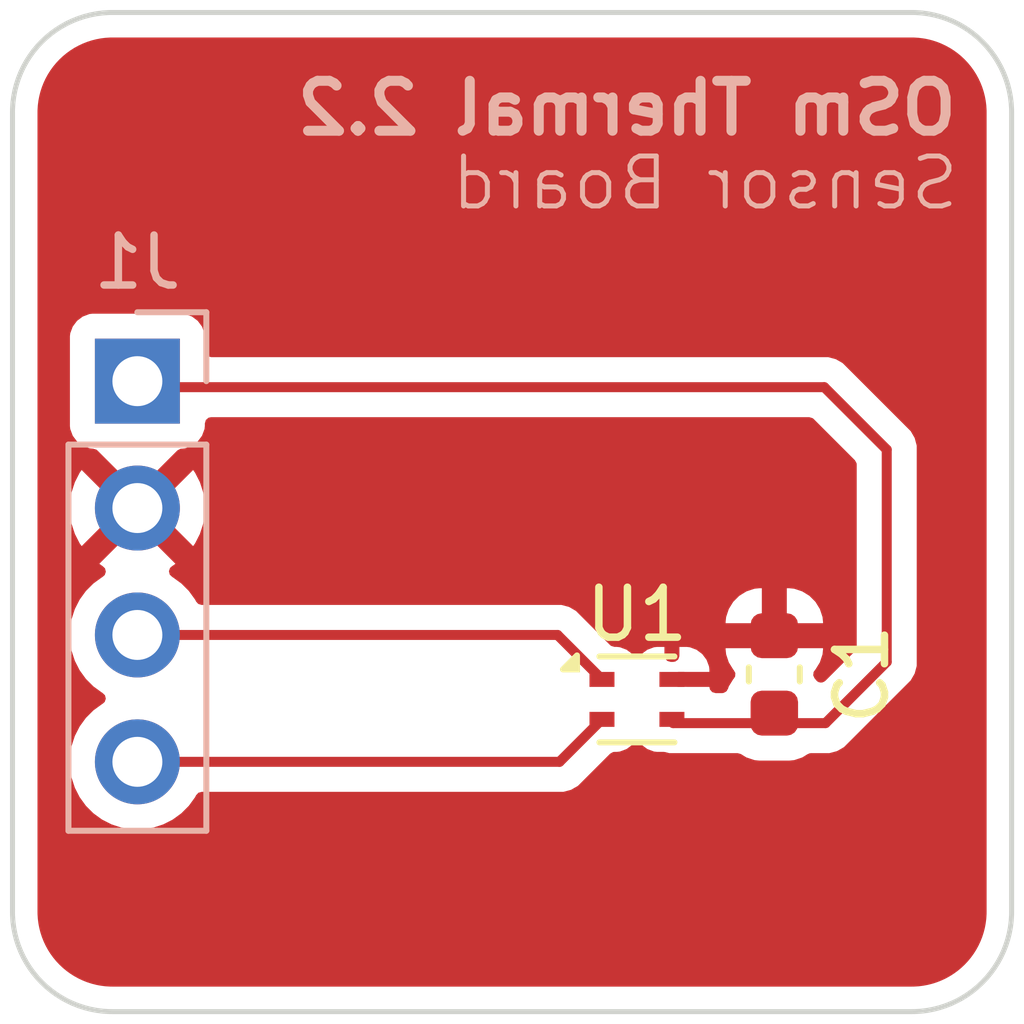
<source format=kicad_pcb>
(kicad_pcb (version 20241229) (generator "pcbnew") (generator_version "9.0")
  (title_block (title "OSm Thermal Sensor") (date "2025-08-14") (rev "2.2") (company "CircleShift Hardware"))
  (layers (0 "F.Cu" signal) (2 "B.Cu" signal) (13 "F.Paste" user) (15 "B.Paste" user) (5 "F.SilkS" user "F.Silkscreen") (7 "B.SilkS" user "B.Silkscreen") (1 "F.Mask" user) (3 "B.Mask" user) (25 "Edge.Cuts" user))
  (net 0 "")
  (net 1 "GND")
  (net 2 "+3.3V")
  (net 3 "Net-(J1-Pin_3)")
  (net 4 "Net-(J1-Pin_4)")
  (footprint "Sensor_Humidity:Sensirion_DFN-4_1.5x1.5mm_P0.8mm_SHT4x_NoCentralPad" (layer "F.Cu") (at 62.5 38.75)
    (property "Reference" "U1" (at 0 -1.7 0) (layer "F.SilkS"))
    (property "Value" "SHT4x")
    (fp_line (start -0.75 -0.86) (end 0.75 -0.86) (stroke (width 0.12)) (layer "F.SilkS"))
    (fp_line (start -0.75 0.86) (end 0.75 0.86) (stroke (width 0.12)) (layer "F.SilkS"))
    (fp_poly (pts (xy -1.2 -0.6) (xy -1.48 -0.6) (xy -1.2 -0.88) (xy -1.2 -0.6)) (stroke (width 0.12)) (fill yes) (layer "F.SilkS"))
    (pad "1" smd rect (at -0.7 -0.4) (size 0.5 0.3) (layers "F.Cu" "F.Mask" "F.Paste") (net 3 "Net-(J1-Pin_3)"))
    (pad "2" smd rect (at -0.7 0.4) (size 0.5 0.3) (layers "F.Cu" "F.Mask" "F.Paste") (net 4 "Net-(J1-Pin_4)"))
    (pad "3" smd rect (at 0.7 0.4) (size 0.5 0.3) (layers "F.Cu" "F.Mask" "F.Paste") (net 2 "+3.3V"))
    (pad "4" smd rect (at 0.7 -0.4) (size 0.5 0.3) (layers "F.Cu" "F.Mask" "F.Paste") (net 1 "GND"))
    (zone (net 0) (net_name "") (layer "F.Cu") (connect_pads (clearance 0)) (min_thickness 0.254)
      (keepout (tracks not_allowed) (vias not_allowed) (pads allowed) (copperpour not_allowed) (footprints allowed))
      (fill (thermal_gap 0.508) (thermal_bridge_width 0.508))
      (polygon (pts (xy 63.25 38.2) (xy 62.95 38.2) (xy 62.95 38.5) (xy 63.25 38.5) (xy 63.25 39) (xy 62.95 39) (xy 62.95 39.3) (xy 63.25 39.3) (xy 63.25 39.5) (xy 61.75 39.5) (xy 61.75 39.3) (xy 62.05 39.3) (xy 62.05 39) (xy 61.75 39) (xy 61.75 38.5) (xy 62.05 38.5) (xy 62.05 38.2) (xy 61.75 38.2) (xy 61.75 38) (xy 63.25 38)))
    )
  )
  (footprint "Capacitor_SMD:C_0603_1608Metric" (layer "F.Cu") (at 65.25 38.25 -90)
    (property "Reference" "C1" (at 0 -1.75 90) (layer "F.SilkS"))
    (property "Value" "100nF")
    (fp_line (start -0.14058 0.51) (end 0.14058 0.51) (stroke (width 0.12)) (layer "F.SilkS"))
    (fp_line (start -0.14058 -0.51) (end 0.14058 -0.51) (stroke (width 0.12)) (layer "F.SilkS"))
    (pad "1" smd roundrect (at -0.775 0 270) (size 0.9 0.95) (layers "F.Cu" "F.Mask" "F.Paste") (net 1 "GND"))
    (pad "2" smd roundrect (at 0.775 0 270) (size 0.9 0.95) (layers "F.Cu" "F.Mask" "F.Paste") (net 2 "+3.3V"))
  )
  (footprint "Connector_PinHeader_2.54mm:PinHeader_1x04_P2.54mm_Vertical" (layer "B.Cu") (at 52.5 32.38 180)
    (property "Reference" "J1" (at 0 2.38 0) (layer "B.SilkS") (effects (justify mirror)))
    (property "Value" "JMM")
    (fp_line (start 1.38 -1.27) (end 1.38 -9) (stroke (width 0.12)) (layer "B.SilkS"))
    (fp_line (start -1.38 1.38) (end 0 1.38) (stroke (width 0.12)) (layer "B.SilkS"))
    (fp_line (start -1.38 0) (end -1.38 1.38) (stroke (width 0.12)) (layer "B.SilkS"))
    (fp_line (start -1.38 -1.27) (end 1.38 -1.27) (stroke (width 0.12)) (layer "B.SilkS"))
    (fp_line (start -1.38 -1.27) (end -1.38 -9) (stroke (width 0.12)) (layer "B.SilkS"))
    (fp_line (start -1.38 -9) (end 1.38 -9) (stroke (width 0.12)) (layer "B.SilkS"))
    (pad "1" thru_hole rect (at 0 0 180) (size 1.7 1.7) (drill 1) (layers "*.Cu" "*.Mask") (net 2 "+3.3V"))
    (pad "2" thru_hole circle (at 0 -2.54 180) (size 1.7 1.7) (drill 1) (layers "*.Cu" "*.Mask") (net 1 "GND"))
    (pad "3" thru_hole circle (at 0 -5.08 180) (size 1.7 1.7) (drill 1) (layers "*.Cu" "*.Mask") (net 3 "Net-(J1-Pin_3)"))
    (pad "4" thru_hole circle (at 0 -7.62 180) (size 1.7 1.7) (drill 1) (layers "*.Cu" "*.Mask") (net 4 "Net-(J1-Pin_4)"))
  )
  (gr_poly (pts (arc (start 68 45) (mid 69.414214 44.414214) (end 70 43)) (arc (start 70 27) (mid 69.414214 25.585786) (end 68 25)) (arc (start 52 25) (mid 50.585786 25.585786) (end 50 27)) (arc (start 50 43) (mid 50.585786 44.414214) (end 52 45))) (stroke (width 0.1)) (fill no) (layer "Edge.Cuts"))
  (gr_text "OSm Thermal 2.2" (at 69 27.5 0) (layer "B.SilkS") (effects (font (size 1 1) (thickness 0.2) (bold yes)) (justify left bottom mirror)))
  (gr_text "Sensor Board" (at 69 29 0) (layer "B.SilkS") (effects (font (size 1 1) (thickness 0.1)) (justify left bottom mirror)))
  (segment (start 66.25 32.5) (end 52.62 32.5) (width 0.2) (layer "F.Cu") (net 2))
  (segment (start 66.275 39.225) (end 67.5 38) (width 0.2) (layer "F.Cu") (net 2))
  (segment (start 67.5 33.75) (end 66.25 32.5) (width 0.2) (layer "F.Cu") (net 2))
  (segment (start 63.225 39.225) (end 63.2 39.2) (width 0.2) (layer "F.Cu") (net 2))
  (segment (start 52.62 32.5) (end 52.5 32.38) (width 0.2) (layer "F.Cu") (net 2))
  (segment (start 67.5 38) (end 67.5 33.75) (width 0.2) (layer "F.Cu") (net 2))
  (segment (start 66.275 39.225) (end 63.225 39.225) (width 0.2) (layer "F.Cu") (net 2))
  (segment (start 61.8 38.35) (end 60.91 37.46) (width 0.2) (layer "F.Cu") (net 3))
  (segment (start 60.91 37.46) (end 52.5 37.46) (width 0.2) (layer "F.Cu") (net 3))
  (segment (start 61.8 39.15) (end 60.95 40) (width 0.2) (layer "F.Cu") (net 4))
  (segment (start 60.95 40) (end 52.5 40) (width 0.2) (layer "F.Cu") (net 4))
  (zone (net 1) (net_name "GND") (layer "F.Cu") (connect_pads (clearance 0.5)) (min_thickness 0.25) (fill yes (thermal_gap 0.5) (thermal_bridge_width 0.5))
    (polygon (pts (xy 70.25 45.25) (xy 70.25 24.75) (xy 49.75 24.75) (xy 49.75 45.25)))
  )
)
</source>
